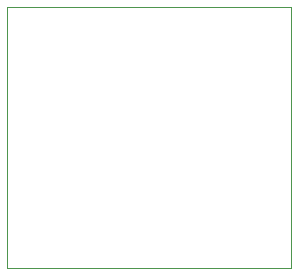
<source format=gbr>
%TF.GenerationSoftware,KiCad,Pcbnew,8.0.4*%
%TF.CreationDate,2024-08-15T19:07:05-07:00*%
%TF.ProjectId,RoboBuddy_NoSIlkScreen,526f626f-4275-4646-9479-5f4e6f53496c,rev?*%
%TF.SameCoordinates,Original*%
%TF.FileFunction,Profile,NP*%
%FSLAX46Y46*%
G04 Gerber Fmt 4.6, Leading zero omitted, Abs format (unit mm)*
G04 Created by KiCad (PCBNEW 8.0.4) date 2024-08-15 19:07:05*
%MOMM*%
%LPD*%
G01*
G04 APERTURE LIST*
%TA.AperFunction,Profile*%
%ADD10C,0.050000*%
%TD*%
G04 APERTURE END LIST*
D10*
X136000000Y-77400000D02*
X160000000Y-77400000D01*
X160000000Y-99500000D01*
X136000000Y-99500000D01*
X136000000Y-77400000D01*
M02*

</source>
